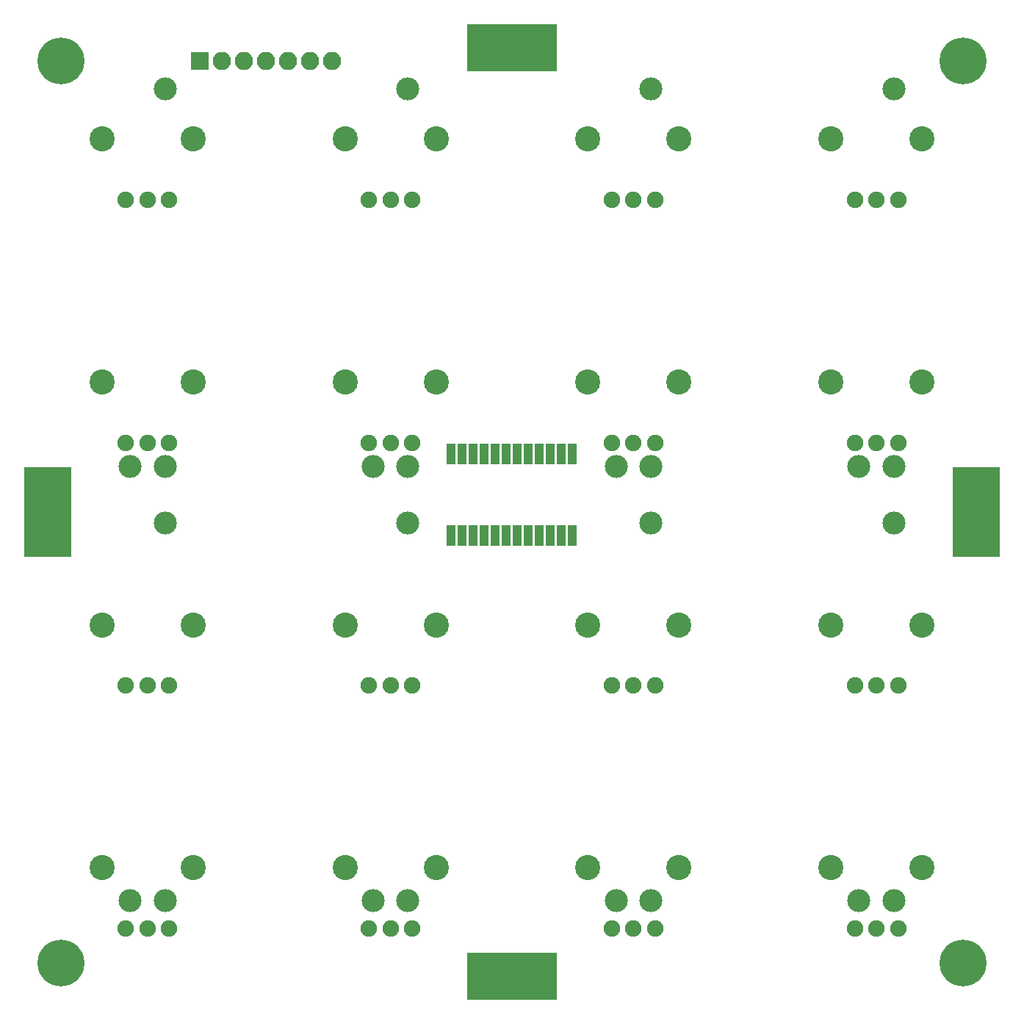
<source format=gbr>
G04 #@! TF.FileFunction,Soldermask,Bot*
%FSLAX46Y46*%
G04 Gerber Fmt 4.6, Leading zero omitted, Abs format (unit mm)*
G04 Created by KiCad (PCBNEW 4.0.6) date Sunday, June 10, 2018 'PMt' 07:51:52 PM*
%MOMM*%
%LPD*%
G01*
G04 APERTURE LIST*
%ADD10C,0.100000*%
%ADD11C,5.400000*%
%ADD12C,2.900000*%
%ADD13C,1.900000*%
%ADD14R,2.100000X2.100000*%
%ADD15O,2.100000X2.100000*%
%ADD16R,5.400000X10.400000*%
%ADD17R,10.400000X5.400000*%
%ADD18C,2.647900*%
%ADD19R,1.000000X2.400000*%
G04 APERTURE END LIST*
D10*
D11*
X195000000Y-155000000D03*
X91000000Y-155000000D03*
X91000000Y-51000000D03*
D12*
X162250000Y-60000000D03*
D13*
X157000000Y-67000000D03*
X159500000Y-67000000D03*
X154500000Y-67000000D03*
D12*
X151750000Y-60000000D03*
X106250000Y-60000000D03*
D13*
X101000000Y-67000000D03*
X103500000Y-67000000D03*
X98500000Y-67000000D03*
D12*
X95750000Y-60000000D03*
X134250000Y-60000000D03*
D13*
X129000000Y-67000000D03*
X131500000Y-67000000D03*
X126500000Y-67000000D03*
D12*
X123750000Y-60000000D03*
X190250000Y-60000000D03*
D13*
X185000000Y-67000000D03*
X187500000Y-67000000D03*
X182500000Y-67000000D03*
D12*
X179750000Y-60000000D03*
X106250000Y-88000000D03*
D13*
X101000000Y-95000000D03*
X103500000Y-95000000D03*
X98500000Y-95000000D03*
D12*
X95750000Y-88000000D03*
X134250000Y-88000000D03*
D13*
X129000000Y-95000000D03*
X131500000Y-95000000D03*
X126500000Y-95000000D03*
D12*
X123750000Y-88000000D03*
X162250000Y-88000000D03*
D13*
X157000000Y-95000000D03*
X159500000Y-95000000D03*
X154500000Y-95000000D03*
D12*
X151750000Y-88000000D03*
X190250000Y-88000000D03*
D13*
X185000000Y-95000000D03*
X187500000Y-95000000D03*
X182500000Y-95000000D03*
D12*
X179750000Y-88000000D03*
X106250000Y-116000000D03*
D13*
X101000000Y-123000000D03*
X103500000Y-123000000D03*
X98500000Y-123000000D03*
D12*
X95750000Y-116000000D03*
X134250000Y-116000000D03*
D13*
X129000000Y-123000000D03*
X131500000Y-123000000D03*
X126500000Y-123000000D03*
D12*
X123750000Y-116000000D03*
X162250000Y-116000000D03*
D13*
X157000000Y-123000000D03*
X159500000Y-123000000D03*
X154500000Y-123000000D03*
D12*
X151750000Y-116000000D03*
X190250000Y-116000000D03*
D13*
X185000000Y-123000000D03*
X187500000Y-123000000D03*
X182500000Y-123000000D03*
D12*
X179750000Y-116000000D03*
X106250000Y-144000000D03*
D13*
X101000000Y-151000000D03*
X103500000Y-151000000D03*
X98500000Y-151000000D03*
D12*
X95750000Y-144000000D03*
X134250000Y-144000000D03*
D13*
X129000000Y-151000000D03*
X131500000Y-151000000D03*
X126500000Y-151000000D03*
D12*
X123750000Y-144000000D03*
X162250000Y-144000000D03*
D13*
X157000000Y-151000000D03*
X159500000Y-151000000D03*
X154500000Y-151000000D03*
D12*
X151750000Y-144000000D03*
X190250000Y-144000000D03*
D13*
X185000000Y-151000000D03*
X187500000Y-151000000D03*
X182500000Y-151000000D03*
D12*
X179750000Y-144000000D03*
D11*
X195000000Y-51000000D03*
D14*
X107000000Y-51000000D03*
D15*
X109540000Y-51000000D03*
X112080000Y-51000000D03*
X114620000Y-51000000D03*
X117160000Y-51000000D03*
X119700000Y-51000000D03*
X122240000Y-51000000D03*
D16*
X89500000Y-103000000D03*
D17*
X143000000Y-156500000D03*
D16*
X196500000Y-103000000D03*
D17*
X143000000Y-49500000D03*
D18*
X102998980Y-104252520D03*
X102998980Y-147747480D03*
X99001020Y-147747480D03*
X130998980Y-104252520D03*
X130998980Y-147747480D03*
X127001020Y-147747480D03*
X158998980Y-104252520D03*
X158998980Y-147747480D03*
X155001020Y-147747480D03*
X186998980Y-104252520D03*
X186998980Y-147747480D03*
X183001020Y-147747480D03*
X186998980Y-54252520D03*
X186998980Y-97747480D03*
X183001020Y-97747480D03*
X158998980Y-54252520D03*
X158998980Y-97747480D03*
X155001020Y-97747480D03*
X130998980Y-54252520D03*
X130998980Y-97747480D03*
X127001020Y-97747480D03*
X102998980Y-54252520D03*
X102998980Y-97747480D03*
X99001020Y-97747480D03*
D19*
X136015000Y-96300000D03*
X137285000Y-96300000D03*
X138555000Y-96300000D03*
X139825000Y-96300000D03*
X141095000Y-96300000D03*
X142365000Y-96300000D03*
X143635000Y-96300000D03*
X144905000Y-96300000D03*
X146175000Y-96300000D03*
X147445000Y-96300000D03*
X148715000Y-96300000D03*
X149985000Y-96300000D03*
X149985000Y-105700000D03*
X148715000Y-105700000D03*
X147445000Y-105700000D03*
X146175000Y-105700000D03*
X144905000Y-105700000D03*
X143635000Y-105700000D03*
X142365000Y-105700000D03*
X141095000Y-105700000D03*
X139825000Y-105700000D03*
X138555000Y-105700000D03*
X137285000Y-105700000D03*
X136015000Y-105700000D03*
M02*

</source>
